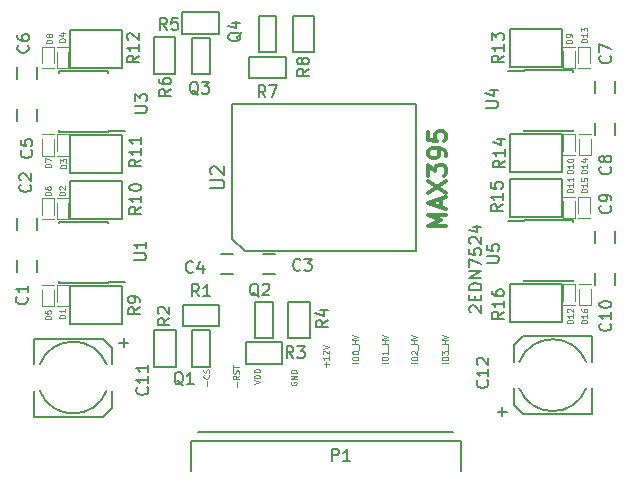
<source format=gbr>
G04 #@! TF.FileFunction,Legend,Top*
%FSLAX46Y46*%
G04 Gerber Fmt 4.6, Leading zero omitted, Abs format (unit mm)*
G04 Created by KiCad (PCBNEW 4.0.4-stable) date 12/08/16 20:58:41*
%MOMM*%
%LPD*%
G01*
G04 APERTURE LIST*
%ADD10C,0.100000*%
%ADD11C,0.200000*%
%ADD12C,0.300000*%
%ADD13C,0.150000*%
G04 APERTURE END LIST*
D10*
D11*
X109247619Y-106666667D02*
X109200000Y-106619048D01*
X109152381Y-106523810D01*
X109152381Y-106285714D01*
X109200000Y-106190476D01*
X109247619Y-106142857D01*
X109342857Y-106095238D01*
X109438095Y-106095238D01*
X109580952Y-106142857D01*
X110152381Y-106714286D01*
X110152381Y-106095238D01*
X109628571Y-105666667D02*
X109628571Y-105333333D01*
X110152381Y-105190476D02*
X110152381Y-105666667D01*
X109152381Y-105666667D01*
X109152381Y-105190476D01*
X110152381Y-104761905D02*
X109152381Y-104761905D01*
X109152381Y-104523810D01*
X109200000Y-104380952D01*
X109295238Y-104285714D01*
X109390476Y-104238095D01*
X109580952Y-104190476D01*
X109723810Y-104190476D01*
X109914286Y-104238095D01*
X110009524Y-104285714D01*
X110104762Y-104380952D01*
X110152381Y-104523810D01*
X110152381Y-104761905D01*
X110152381Y-103761905D02*
X109152381Y-103761905D01*
X110152381Y-103190476D01*
X109152381Y-103190476D01*
X109152381Y-102809524D02*
X109152381Y-102142857D01*
X110152381Y-102571429D01*
X109152381Y-101285714D02*
X109152381Y-101761905D01*
X109628571Y-101809524D01*
X109580952Y-101761905D01*
X109533333Y-101666667D01*
X109533333Y-101428571D01*
X109580952Y-101333333D01*
X109628571Y-101285714D01*
X109723810Y-101238095D01*
X109961905Y-101238095D01*
X110057143Y-101285714D01*
X110104762Y-101333333D01*
X110152381Y-101428571D01*
X110152381Y-101666667D01*
X110104762Y-101761905D01*
X110057143Y-101809524D01*
X109247619Y-100857143D02*
X109200000Y-100809524D01*
X109152381Y-100714286D01*
X109152381Y-100476190D01*
X109200000Y-100380952D01*
X109247619Y-100333333D01*
X109342857Y-100285714D01*
X109438095Y-100285714D01*
X109580952Y-100333333D01*
X110152381Y-100904762D01*
X110152381Y-100285714D01*
X109485714Y-99428571D02*
X110152381Y-99428571D01*
X109104762Y-99666667D02*
X109819048Y-99904762D01*
X109819048Y-99285714D01*
D12*
X107178571Y-99399999D02*
X105678571Y-99399999D01*
X106750000Y-98899999D01*
X105678571Y-98399999D01*
X107178571Y-98399999D01*
X106750000Y-97757142D02*
X106750000Y-97042856D01*
X107178571Y-97899999D02*
X105678571Y-97399999D01*
X107178571Y-96899999D01*
X105678571Y-96542856D02*
X107178571Y-95542856D01*
X105678571Y-95542856D02*
X107178571Y-96542856D01*
X105678571Y-95114285D02*
X105678571Y-94185714D01*
X106250000Y-94685714D01*
X106250000Y-94471428D01*
X106321429Y-94328571D01*
X106392857Y-94257142D01*
X106535714Y-94185714D01*
X106892857Y-94185714D01*
X107035714Y-94257142D01*
X107107143Y-94328571D01*
X107178571Y-94471428D01*
X107178571Y-94900000D01*
X107107143Y-95042857D01*
X107035714Y-95114285D01*
X107178571Y-93471429D02*
X107178571Y-93185714D01*
X107107143Y-93042857D01*
X107035714Y-92971429D01*
X106821429Y-92828571D01*
X106535714Y-92757143D01*
X105964286Y-92757143D01*
X105821429Y-92828571D01*
X105750000Y-92900000D01*
X105678571Y-93042857D01*
X105678571Y-93328571D01*
X105750000Y-93471429D01*
X105821429Y-93542857D01*
X105964286Y-93614286D01*
X106321429Y-93614286D01*
X106464286Y-93542857D01*
X106535714Y-93471429D01*
X106607143Y-93328571D01*
X106607143Y-93042857D01*
X106535714Y-92900000D01*
X106464286Y-92828571D01*
X106321429Y-92757143D01*
X105678571Y-91400000D02*
X105678571Y-92114286D01*
X106392857Y-92185715D01*
X106321429Y-92114286D01*
X106250000Y-91971429D01*
X106250000Y-91614286D01*
X106321429Y-91471429D01*
X106392857Y-91400000D01*
X106535714Y-91328572D01*
X106892857Y-91328572D01*
X107035714Y-91400000D01*
X107107143Y-91471429D01*
X107178571Y-91614286D01*
X107178571Y-91971429D01*
X107107143Y-92114286D01*
X107035714Y-92185715D01*
D10*
X107326190Y-110966666D02*
X106826190Y-110966666D01*
X106826190Y-110633333D02*
X106826190Y-110538095D01*
X106850000Y-110490476D01*
X106897619Y-110442857D01*
X106992857Y-110419048D01*
X107159524Y-110419048D01*
X107254762Y-110442857D01*
X107302381Y-110490476D01*
X107326190Y-110538095D01*
X107326190Y-110633333D01*
X107302381Y-110680952D01*
X107254762Y-110728571D01*
X107159524Y-110752381D01*
X106992857Y-110752381D01*
X106897619Y-110728571D01*
X106850000Y-110680952D01*
X106826190Y-110633333D01*
X106826190Y-110252380D02*
X106826190Y-109942857D01*
X107016667Y-110109523D01*
X107016667Y-110038095D01*
X107040476Y-109990476D01*
X107064286Y-109966666D01*
X107111905Y-109942857D01*
X107230952Y-109942857D01*
X107278571Y-109966666D01*
X107302381Y-109990476D01*
X107326190Y-110038095D01*
X107326190Y-110180952D01*
X107302381Y-110228571D01*
X107278571Y-110252380D01*
X107373810Y-109847619D02*
X107373810Y-109466667D01*
X107326190Y-109347619D02*
X106826190Y-109347619D01*
X107064286Y-109347619D02*
X107064286Y-109061905D01*
X107326190Y-109061905D02*
X106826190Y-109061905D01*
X106826190Y-108895238D02*
X107326190Y-108728571D01*
X106826190Y-108561905D01*
X104726190Y-110966666D02*
X104226190Y-110966666D01*
X104226190Y-110633333D02*
X104226190Y-110538095D01*
X104250000Y-110490476D01*
X104297619Y-110442857D01*
X104392857Y-110419048D01*
X104559524Y-110419048D01*
X104654762Y-110442857D01*
X104702381Y-110490476D01*
X104726190Y-110538095D01*
X104726190Y-110633333D01*
X104702381Y-110680952D01*
X104654762Y-110728571D01*
X104559524Y-110752381D01*
X104392857Y-110752381D01*
X104297619Y-110728571D01*
X104250000Y-110680952D01*
X104226190Y-110633333D01*
X104273810Y-110228571D02*
X104250000Y-110204761D01*
X104226190Y-110157142D01*
X104226190Y-110038095D01*
X104250000Y-109990476D01*
X104273810Y-109966666D01*
X104321429Y-109942857D01*
X104369048Y-109942857D01*
X104440476Y-109966666D01*
X104726190Y-110252380D01*
X104726190Y-109942857D01*
X104773810Y-109847619D02*
X104773810Y-109466667D01*
X104726190Y-109347619D02*
X104226190Y-109347619D01*
X104464286Y-109347619D02*
X104464286Y-109061905D01*
X104726190Y-109061905D02*
X104226190Y-109061905D01*
X104226190Y-108895238D02*
X104726190Y-108728571D01*
X104226190Y-108561905D01*
X102226190Y-110966666D02*
X101726190Y-110966666D01*
X101726190Y-110633333D02*
X101726190Y-110538095D01*
X101750000Y-110490476D01*
X101797619Y-110442857D01*
X101892857Y-110419048D01*
X102059524Y-110419048D01*
X102154762Y-110442857D01*
X102202381Y-110490476D01*
X102226190Y-110538095D01*
X102226190Y-110633333D01*
X102202381Y-110680952D01*
X102154762Y-110728571D01*
X102059524Y-110752381D01*
X101892857Y-110752381D01*
X101797619Y-110728571D01*
X101750000Y-110680952D01*
X101726190Y-110633333D01*
X102226190Y-109942857D02*
X102226190Y-110228571D01*
X102226190Y-110085714D02*
X101726190Y-110085714D01*
X101797619Y-110133333D01*
X101845238Y-110180952D01*
X101869048Y-110228571D01*
X102273810Y-109847619D02*
X102273810Y-109466667D01*
X102226190Y-109347619D02*
X101726190Y-109347619D01*
X101964286Y-109347619D02*
X101964286Y-109061905D01*
X102226190Y-109061905D02*
X101726190Y-109061905D01*
X101726190Y-108895238D02*
X102226190Y-108728571D01*
X101726190Y-108561905D01*
X99726190Y-110966666D02*
X99226190Y-110966666D01*
X99226190Y-110633333D02*
X99226190Y-110538095D01*
X99250000Y-110490476D01*
X99297619Y-110442857D01*
X99392857Y-110419048D01*
X99559524Y-110419048D01*
X99654762Y-110442857D01*
X99702381Y-110490476D01*
X99726190Y-110538095D01*
X99726190Y-110633333D01*
X99702381Y-110680952D01*
X99654762Y-110728571D01*
X99559524Y-110752381D01*
X99392857Y-110752381D01*
X99297619Y-110728571D01*
X99250000Y-110680952D01*
X99226190Y-110633333D01*
X99226190Y-110109523D02*
X99226190Y-110061904D01*
X99250000Y-110014285D01*
X99273810Y-109990476D01*
X99321429Y-109966666D01*
X99416667Y-109942857D01*
X99535714Y-109942857D01*
X99630952Y-109966666D01*
X99678571Y-109990476D01*
X99702381Y-110014285D01*
X99726190Y-110061904D01*
X99726190Y-110109523D01*
X99702381Y-110157142D01*
X99678571Y-110180952D01*
X99630952Y-110204761D01*
X99535714Y-110228571D01*
X99416667Y-110228571D01*
X99321429Y-110204761D01*
X99273810Y-110180952D01*
X99250000Y-110157142D01*
X99226190Y-110109523D01*
X99773810Y-109847619D02*
X99773810Y-109466667D01*
X99726190Y-109347619D02*
X99226190Y-109347619D01*
X99464286Y-109347619D02*
X99464286Y-109061905D01*
X99726190Y-109061905D02*
X99226190Y-109061905D01*
X99226190Y-108895238D02*
X99726190Y-108728571D01*
X99226190Y-108561905D01*
X97035714Y-111280951D02*
X97035714Y-110899999D01*
X97226190Y-111090475D02*
X96845238Y-111090475D01*
X97226190Y-110399999D02*
X97226190Y-110685713D01*
X97226190Y-110542856D02*
X96726190Y-110542856D01*
X96797619Y-110590475D01*
X96845238Y-110638094D01*
X96869048Y-110685713D01*
X96773810Y-110209523D02*
X96750000Y-110185713D01*
X96726190Y-110138094D01*
X96726190Y-110019047D01*
X96750000Y-109971428D01*
X96773810Y-109947618D01*
X96821429Y-109923809D01*
X96869048Y-109923809D01*
X96940476Y-109947618D01*
X97226190Y-110233332D01*
X97226190Y-109923809D01*
X96726190Y-109780952D02*
X97226190Y-109614285D01*
X96726190Y-109447619D01*
X94050000Y-112580953D02*
X94026190Y-112628572D01*
X94026190Y-112700000D01*
X94050000Y-112771429D01*
X94097619Y-112819048D01*
X94145238Y-112842857D01*
X94240476Y-112866667D01*
X94311905Y-112866667D01*
X94407143Y-112842857D01*
X94454762Y-112819048D01*
X94502381Y-112771429D01*
X94526190Y-112700000D01*
X94526190Y-112652381D01*
X94502381Y-112580953D01*
X94478571Y-112557143D01*
X94311905Y-112557143D01*
X94311905Y-112652381D01*
X94526190Y-112342857D02*
X94026190Y-112342857D01*
X94526190Y-112057143D01*
X94026190Y-112057143D01*
X94526190Y-111819047D02*
X94026190Y-111819047D01*
X94026190Y-111700000D01*
X94050000Y-111628571D01*
X94097619Y-111580952D01*
X94145238Y-111557143D01*
X94240476Y-111533333D01*
X94311905Y-111533333D01*
X94407143Y-111557143D01*
X94454762Y-111580952D01*
X94502381Y-111628571D01*
X94526190Y-111700000D01*
X94526190Y-111819047D01*
X90926190Y-112766666D02*
X91426190Y-112599999D01*
X90926190Y-112433333D01*
X91426190Y-112266666D02*
X90926190Y-112266666D01*
X90926190Y-112147619D01*
X90950000Y-112076190D01*
X90997619Y-112028571D01*
X91045238Y-112004762D01*
X91140476Y-111980952D01*
X91211905Y-111980952D01*
X91307143Y-112004762D01*
X91354762Y-112028571D01*
X91402381Y-112076190D01*
X91426190Y-112147619D01*
X91426190Y-112266666D01*
X91426190Y-111766666D02*
X90926190Y-111766666D01*
X90926190Y-111647619D01*
X90950000Y-111576190D01*
X90997619Y-111528571D01*
X91045238Y-111504762D01*
X91140476Y-111480952D01*
X91211905Y-111480952D01*
X91307143Y-111504762D01*
X91354762Y-111528571D01*
X91402381Y-111576190D01*
X91426190Y-111647619D01*
X91426190Y-111766666D01*
X89435714Y-112969047D02*
X89435714Y-112588095D01*
X89626190Y-112064285D02*
X89388095Y-112230952D01*
X89626190Y-112349999D02*
X89126190Y-112349999D01*
X89126190Y-112159523D01*
X89150000Y-112111904D01*
X89173810Y-112088095D01*
X89221429Y-112064285D01*
X89292857Y-112064285D01*
X89340476Y-112088095D01*
X89364286Y-112111904D01*
X89388095Y-112159523D01*
X89388095Y-112349999D01*
X89602381Y-111873809D02*
X89626190Y-111802380D01*
X89626190Y-111683333D01*
X89602381Y-111635714D01*
X89578571Y-111611904D01*
X89530952Y-111588095D01*
X89483333Y-111588095D01*
X89435714Y-111611904D01*
X89411905Y-111635714D01*
X89388095Y-111683333D01*
X89364286Y-111778571D01*
X89340476Y-111826190D01*
X89316667Y-111849999D01*
X89269048Y-111873809D01*
X89221429Y-111873809D01*
X89173810Y-111849999D01*
X89150000Y-111826190D01*
X89126190Y-111778571D01*
X89126190Y-111659523D01*
X89150000Y-111588095D01*
X89126190Y-111445238D02*
X89126190Y-111159524D01*
X89626190Y-111302381D02*
X89126190Y-111302381D01*
X86935714Y-112878571D02*
X86935714Y-112497619D01*
X87078571Y-111973809D02*
X87102381Y-111997619D01*
X87126190Y-112069047D01*
X87126190Y-112116666D01*
X87102381Y-112188095D01*
X87054762Y-112235714D01*
X87007143Y-112259523D01*
X86911905Y-112283333D01*
X86840476Y-112283333D01*
X86745238Y-112259523D01*
X86697619Y-112235714D01*
X86650000Y-112188095D01*
X86626190Y-112116666D01*
X86626190Y-112069047D01*
X86650000Y-111997619D01*
X86673810Y-111973809D01*
X87102381Y-111783333D02*
X87126190Y-111711904D01*
X87126190Y-111592857D01*
X87102381Y-111545238D01*
X87078571Y-111521428D01*
X87030952Y-111497619D01*
X86983333Y-111497619D01*
X86935714Y-111521428D01*
X86911905Y-111545238D01*
X86888095Y-111592857D01*
X86864286Y-111688095D01*
X86840476Y-111735714D01*
X86816667Y-111759523D01*
X86769048Y-111783333D01*
X86721429Y-111783333D01*
X86673810Y-111759523D01*
X86650000Y-111735714D01*
X86626190Y-111688095D01*
X86626190Y-111569047D01*
X86650000Y-111497619D01*
D13*
X108430000Y-117540000D02*
X108430000Y-120080000D01*
X85570000Y-117540000D02*
X85570000Y-120080000D01*
X108430000Y-117540000D02*
X85570000Y-117540000D01*
X86205000Y-116841500D02*
X107795000Y-116841500D01*
X113367114Y-113115606D02*
G75*
G03X119032100Y-113117600I2832886J1115606D01*
G01*
X119032100Y-110882400D02*
G75*
G03X113367900Y-110882400I-2832100J-1117600D01*
G01*
X119502000Y-115302000D02*
X119502000Y-113117600D01*
X119502000Y-108698000D02*
X119502000Y-110882400D01*
X112898000Y-114540000D02*
X112898000Y-113117600D01*
X112898000Y-109460000D02*
X112898000Y-110882400D01*
X119502000Y-115302000D02*
X113660000Y-115302000D01*
X113660000Y-115302000D02*
X112898000Y-114540000D01*
X112898000Y-109460000D02*
X113660000Y-108698000D01*
X113660000Y-108698000D02*
X119502000Y-108698000D01*
X78432886Y-111084394D02*
G75*
G03X72767900Y-111082400I-2832886J-1115606D01*
G01*
X72767900Y-113317600D02*
G75*
G03X78432100Y-113317600I2832100J1117600D01*
G01*
X72298000Y-108898000D02*
X72298000Y-111082400D01*
X72298000Y-115502000D02*
X72298000Y-113317600D01*
X78902000Y-109660000D02*
X78902000Y-111082400D01*
X78902000Y-114740000D02*
X78902000Y-113317600D01*
X72298000Y-108898000D02*
X78140000Y-108898000D01*
X78140000Y-108898000D02*
X78902000Y-109660000D01*
X78902000Y-114740000D02*
X78140000Y-115502000D01*
X78140000Y-115502000D02*
X72298000Y-115502000D01*
X79733268Y-104431844D02*
X79733268Y-107631844D01*
X75333268Y-104431844D02*
X79733268Y-104431844D01*
X75333268Y-107631844D02*
X75333268Y-104431844D01*
X79733268Y-107631844D02*
X75333268Y-107631844D01*
X79733268Y-95541844D02*
X79733268Y-98741844D01*
X75333268Y-95541844D02*
X79733268Y-95541844D01*
X75333268Y-98741844D02*
X75333268Y-95541844D01*
X79733268Y-98741844D02*
X75333268Y-98741844D01*
X79760434Y-91675944D02*
X79760434Y-94875944D01*
X75360434Y-91675944D02*
X79760434Y-91675944D01*
X75360434Y-94875944D02*
X75360434Y-91675944D01*
X79760434Y-94875944D02*
X75360434Y-94875944D01*
X79760434Y-82785944D02*
X79760434Y-85985944D01*
X75360434Y-82785944D02*
X79760434Y-82785944D01*
X75360434Y-85985944D02*
X75360434Y-82785944D01*
X79760434Y-85985944D02*
X75360434Y-85985944D01*
X112608000Y-85928000D02*
X112608000Y-82728000D01*
X117008000Y-85928000D02*
X112608000Y-85928000D01*
X117008000Y-82728000D02*
X117008000Y-85928000D01*
X112608000Y-82728000D02*
X117008000Y-82728000D01*
X112608000Y-94818000D02*
X112608000Y-91618000D01*
X117008000Y-94818000D02*
X112608000Y-94818000D01*
X117008000Y-91618000D02*
X117008000Y-94818000D01*
X112608000Y-91618000D02*
X117008000Y-91618000D01*
X112608000Y-98628000D02*
X112608000Y-95428000D01*
X117008000Y-98628000D02*
X112608000Y-98628000D01*
X117008000Y-95428000D02*
X117008000Y-98628000D01*
X112608000Y-95428000D02*
X117008000Y-95428000D01*
X112608000Y-107518000D02*
X112608000Y-104318000D01*
X117008000Y-107518000D02*
X112608000Y-107518000D01*
X117008000Y-104318000D02*
X117008000Y-107518000D01*
X112608000Y-104318000D02*
X117008000Y-104318000D01*
X94193654Y-84674874D02*
X94193654Y-81574874D01*
X95993654Y-84674874D02*
X94193654Y-84674874D01*
X95993654Y-81574874D02*
X95993654Y-84674874D01*
X94193654Y-81574874D02*
X95993654Y-81574874D01*
X93595654Y-86818874D02*
X90495654Y-86818874D01*
X93595654Y-85018874D02*
X93595654Y-86818874D01*
X90495654Y-85018874D02*
X93595654Y-85018874D01*
X90495654Y-86818874D02*
X90495654Y-85018874D01*
X84255647Y-83370559D02*
X84255647Y-86470559D01*
X82455647Y-83370559D02*
X84255647Y-83370559D01*
X82455647Y-86470559D02*
X82455647Y-83370559D01*
X84255647Y-86470559D02*
X82455647Y-86470559D01*
X84853647Y-81292559D02*
X87953647Y-81292559D01*
X84853647Y-83092559D02*
X84853647Y-81292559D01*
X87953647Y-83092559D02*
X84853647Y-83092559D01*
X87953647Y-81292559D02*
X87953647Y-83092559D01*
X93823444Y-108878058D02*
X93823444Y-105778058D01*
X95623444Y-108878058D02*
X93823444Y-108878058D01*
X95623444Y-105778058D02*
X95623444Y-108878058D01*
X93823444Y-105778058D02*
X95623444Y-105778058D01*
X93291444Y-111022058D02*
X90191444Y-111022058D01*
X93291444Y-109222058D02*
X93291444Y-111022058D01*
X90191444Y-109222058D02*
X93291444Y-109222058D01*
X90191444Y-111022058D02*
X90191444Y-109222058D01*
X84263467Y-108203357D02*
X84263467Y-111303357D01*
X82463467Y-108203357D02*
X84263467Y-108203357D01*
X82463467Y-111303357D02*
X82463467Y-108203357D01*
X84263467Y-111303357D02*
X82463467Y-111303357D01*
X84861467Y-106059357D02*
X87961467Y-106059357D01*
X84861467Y-107859357D02*
X84861467Y-106059357D01*
X87961467Y-107859357D02*
X84861467Y-107859357D01*
X87961467Y-106059357D02*
X87961467Y-107859357D01*
X91295654Y-84674874D02*
X91295654Y-81574874D01*
X92795654Y-84674874D02*
X91295654Y-84674874D01*
X92795654Y-81574874D02*
X92795654Y-84674874D01*
X91295654Y-81574874D02*
X92795654Y-81574874D01*
X87153647Y-83436559D02*
X87153647Y-86536559D01*
X85653647Y-83436559D02*
X87153647Y-83436559D01*
X85653647Y-86536559D02*
X85653647Y-83436559D01*
X87153647Y-86536559D02*
X85653647Y-86536559D01*
X91009444Y-108878058D02*
X91009444Y-105778058D01*
X92509444Y-108878058D02*
X91009444Y-108878058D01*
X92509444Y-105778058D02*
X92509444Y-108878058D01*
X91009444Y-105778058D02*
X92509444Y-105778058D01*
X87161467Y-108203357D02*
X87161467Y-111303357D01*
X85661467Y-108203357D02*
X87161467Y-108203357D01*
X85661467Y-111303357D02*
X85661467Y-108203357D01*
X87161467Y-111303357D02*
X85661467Y-111303357D01*
D10*
X119400000Y-104700000D02*
X119400000Y-106100000D01*
X118400000Y-104300000D02*
X119400000Y-104300000D01*
X118400000Y-106100000D02*
X118400000Y-104700000D01*
X119400000Y-106100000D02*
X118400000Y-106100000D01*
X118372000Y-98290000D02*
X118372000Y-96890000D01*
X119372000Y-98690000D02*
X118372000Y-98690000D01*
X119372000Y-96890000D02*
X119372000Y-98290000D01*
X118372000Y-96890000D02*
X119372000Y-96890000D01*
X119400000Y-92000000D02*
X119400000Y-93400000D01*
X118400000Y-91600000D02*
X119400000Y-91600000D01*
X118400000Y-93400000D02*
X118400000Y-92000000D01*
X119400000Y-93400000D02*
X118400000Y-93400000D01*
X118372000Y-85590000D02*
X118372000Y-84190000D01*
X119372000Y-85990000D02*
X118372000Y-85990000D01*
X119372000Y-84190000D02*
X119372000Y-85590000D01*
X118372000Y-84190000D02*
X119372000Y-84190000D01*
X117100000Y-105700000D02*
X117100000Y-104300000D01*
X118100000Y-106100000D02*
X117100000Y-106100000D01*
X118100000Y-104300000D02*
X118100000Y-105700000D01*
X117100000Y-104300000D02*
X118100000Y-104300000D01*
X118102000Y-97290000D02*
X118102000Y-98690000D01*
X117102000Y-96890000D02*
X118102000Y-96890000D01*
X117102000Y-98690000D02*
X117102000Y-97290000D01*
X118102000Y-98690000D02*
X117102000Y-98690000D01*
X117100000Y-93000000D02*
X117100000Y-91600000D01*
X118100000Y-93400000D02*
X117100000Y-93400000D01*
X118100000Y-91600000D02*
X118100000Y-93000000D01*
X117100000Y-91600000D02*
X118100000Y-91600000D01*
X118102000Y-84590000D02*
X118102000Y-85990000D01*
X117102000Y-84190000D02*
X118102000Y-84190000D01*
X117102000Y-85990000D02*
X117102000Y-84590000D01*
X118102000Y-85990000D02*
X117102000Y-85990000D01*
X73000000Y-85600000D02*
X73000000Y-84200000D01*
X74000000Y-86000000D02*
X73000000Y-86000000D01*
X74000000Y-84200000D02*
X74000000Y-85600000D01*
X73000000Y-84200000D02*
X74000000Y-84200000D01*
X73996434Y-92013944D02*
X73996434Y-93413944D01*
X72996434Y-91613944D02*
X73996434Y-91613944D01*
X72996434Y-93413944D02*
X72996434Y-92013944D01*
X73996434Y-93413944D02*
X72996434Y-93413944D01*
X73000000Y-98400000D02*
X73000000Y-97000000D01*
X74000000Y-98800000D02*
X73000000Y-98800000D01*
X74000000Y-97000000D02*
X74000000Y-98400000D01*
X73000000Y-97000000D02*
X74000000Y-97000000D01*
X73969268Y-104769844D02*
X73969268Y-106169844D01*
X72969268Y-104369844D02*
X73969268Y-104369844D01*
X72969268Y-106169844D02*
X72969268Y-104769844D01*
X73969268Y-106169844D02*
X72969268Y-106169844D01*
X75200000Y-84600000D02*
X75200000Y-86000000D01*
X74200000Y-84200000D02*
X75200000Y-84200000D01*
X74200000Y-86000000D02*
X74200000Y-84600000D01*
X75200000Y-86000000D02*
X74200000Y-86000000D01*
X74266434Y-93013944D02*
X74266434Y-91613944D01*
X75266434Y-93413944D02*
X74266434Y-93413944D01*
X75266434Y-91613944D02*
X75266434Y-93013944D01*
X74266434Y-91613944D02*
X75266434Y-91613944D01*
X75200000Y-97400000D02*
X75200000Y-98800000D01*
X74200000Y-97000000D02*
X75200000Y-97000000D01*
X74200000Y-98800000D02*
X74200000Y-97400000D01*
X75200000Y-98800000D02*
X74200000Y-98800000D01*
X74239268Y-105769844D02*
X74239268Y-104369844D01*
X75239268Y-106169844D02*
X74239268Y-106169844D01*
X75239268Y-104369844D02*
X75239268Y-105769844D01*
X74239268Y-104369844D02*
X75239268Y-104369844D01*
D13*
X89043000Y-100478000D02*
X90143000Y-101478000D01*
X89043000Y-89078000D02*
X89043000Y-100478000D01*
X90143000Y-101478000D02*
X104628000Y-101478000D01*
X104628000Y-101478000D02*
X104628000Y-89078000D01*
X104628000Y-89078000D02*
X89043000Y-89078000D01*
X121500000Y-104386000D02*
X121500000Y-103386000D01*
X119800000Y-103386000D02*
X119800000Y-104386000D01*
X119800000Y-99830000D02*
X119800000Y-100830000D01*
X121500000Y-100830000D02*
X121500000Y-99830000D01*
X121500000Y-91686000D02*
X121500000Y-90686000D01*
X119800000Y-90686000D02*
X119800000Y-91686000D01*
X119800000Y-87130000D02*
X119800000Y-88130000D01*
X121500000Y-88130000D02*
X121500000Y-87130000D01*
X70868434Y-85917944D02*
X70868434Y-86917944D01*
X72568434Y-86917944D02*
X72568434Y-85917944D01*
X72568434Y-90473944D02*
X72568434Y-89473944D01*
X70868434Y-89473944D02*
X70868434Y-90473944D01*
X88146000Y-103466000D02*
X89146000Y-103466000D01*
X89146000Y-101766000D02*
X88146000Y-101766000D01*
X92702000Y-101766000D02*
X91702000Y-101766000D01*
X91702000Y-103466000D02*
X92702000Y-103466000D01*
X70841268Y-98673844D02*
X70841268Y-99673844D01*
X72541268Y-99673844D02*
X72541268Y-98673844D01*
X72541268Y-103229844D02*
X72541268Y-102229844D01*
X70841268Y-102229844D02*
X70841268Y-103229844D01*
X113778000Y-98898000D02*
X113778000Y-98948000D01*
X117928000Y-98898000D02*
X117928000Y-99043000D01*
X117928000Y-104048000D02*
X117928000Y-103903000D01*
X113778000Y-104048000D02*
X113778000Y-103903000D01*
X113778000Y-98898000D02*
X117928000Y-98898000D01*
X113778000Y-104048000D02*
X117928000Y-104048000D01*
X113778000Y-98948000D02*
X112378000Y-98948000D01*
X113778000Y-86198000D02*
X113778000Y-86248000D01*
X117928000Y-86198000D02*
X117928000Y-86343000D01*
X117928000Y-91348000D02*
X117928000Y-91203000D01*
X113778000Y-91348000D02*
X113778000Y-91203000D01*
X113778000Y-86198000D02*
X117928000Y-86198000D01*
X113778000Y-91348000D02*
X117928000Y-91348000D01*
X113778000Y-86248000D02*
X112378000Y-86248000D01*
X78590434Y-91405944D02*
X78590434Y-91355944D01*
X74440434Y-91405944D02*
X74440434Y-91260944D01*
X74440434Y-86255944D02*
X74440434Y-86400944D01*
X78590434Y-86255944D02*
X78590434Y-86400944D01*
X78590434Y-91405944D02*
X74440434Y-91405944D01*
X78590434Y-86255944D02*
X74440434Y-86255944D01*
X78590434Y-91355944D02*
X79990434Y-91355944D01*
X78563268Y-104161844D02*
X78563268Y-104111844D01*
X74413268Y-104161844D02*
X74413268Y-104016844D01*
X74413268Y-99011844D02*
X74413268Y-99156844D01*
X78563268Y-99011844D02*
X78563268Y-99156844D01*
X78563268Y-104161844D02*
X74413268Y-104161844D01*
X78563268Y-99011844D02*
X74413268Y-99011844D01*
X78563268Y-104111844D02*
X79963268Y-104111844D01*
X97531905Y-119262381D02*
X97531905Y-118262381D01*
X97912858Y-118262381D01*
X98008096Y-118310000D01*
X98055715Y-118357619D01*
X98103334Y-118452857D01*
X98103334Y-118595714D01*
X98055715Y-118690952D01*
X98008096Y-118738571D01*
X97912858Y-118786190D01*
X97531905Y-118786190D01*
X99055715Y-119262381D02*
X98484286Y-119262381D01*
X98770000Y-119262381D02*
X98770000Y-118262381D01*
X98674762Y-118405238D01*
X98579524Y-118500476D01*
X98484286Y-118548095D01*
X110657143Y-112442857D02*
X110704762Y-112490476D01*
X110752381Y-112633333D01*
X110752381Y-112728571D01*
X110704762Y-112871429D01*
X110609524Y-112966667D01*
X110514286Y-113014286D01*
X110323810Y-113061905D01*
X110180952Y-113061905D01*
X109990476Y-113014286D01*
X109895238Y-112966667D01*
X109800000Y-112871429D01*
X109752381Y-112728571D01*
X109752381Y-112633333D01*
X109800000Y-112490476D01*
X109847619Y-112442857D01*
X110752381Y-111490476D02*
X110752381Y-112061905D01*
X110752381Y-111776191D02*
X109752381Y-111776191D01*
X109895238Y-111871429D01*
X109990476Y-111966667D01*
X110038095Y-112061905D01*
X109847619Y-111109524D02*
X109800000Y-111061905D01*
X109752381Y-110966667D01*
X109752381Y-110728571D01*
X109800000Y-110633333D01*
X109847619Y-110585714D01*
X109942857Y-110538095D01*
X110038095Y-110538095D01*
X110180952Y-110585714D01*
X110752381Y-111157143D01*
X110752381Y-110538095D01*
X111539148Y-115081329D02*
X112301053Y-115081329D01*
X111920101Y-115462281D02*
X111920101Y-114700376D01*
X81857143Y-113042857D02*
X81904762Y-113090476D01*
X81952381Y-113233333D01*
X81952381Y-113328571D01*
X81904762Y-113471429D01*
X81809524Y-113566667D01*
X81714286Y-113614286D01*
X81523810Y-113661905D01*
X81380952Y-113661905D01*
X81190476Y-113614286D01*
X81095238Y-113566667D01*
X81000000Y-113471429D01*
X80952381Y-113328571D01*
X80952381Y-113233333D01*
X81000000Y-113090476D01*
X81047619Y-113042857D01*
X81952381Y-112090476D02*
X81952381Y-112661905D01*
X81952381Y-112376191D02*
X80952381Y-112376191D01*
X81095238Y-112471429D01*
X81190476Y-112566667D01*
X81238095Y-112661905D01*
X81952381Y-111138095D02*
X81952381Y-111709524D01*
X81952381Y-111423810D02*
X80952381Y-111423810D01*
X81095238Y-111519048D01*
X81190476Y-111614286D01*
X81238095Y-111709524D01*
X79498948Y-109261529D02*
X80260853Y-109261529D01*
X79879901Y-109642481D02*
X79879901Y-108880576D01*
X81252381Y-106266666D02*
X80776190Y-106600000D01*
X81252381Y-106838095D02*
X80252381Y-106838095D01*
X80252381Y-106457142D01*
X80300000Y-106361904D01*
X80347619Y-106314285D01*
X80442857Y-106266666D01*
X80585714Y-106266666D01*
X80680952Y-106314285D01*
X80728571Y-106361904D01*
X80776190Y-106457142D01*
X80776190Y-106838095D01*
X81252381Y-105790476D02*
X81252381Y-105600000D01*
X81204762Y-105504761D01*
X81157143Y-105457142D01*
X81014286Y-105361904D01*
X80823810Y-105314285D01*
X80442857Y-105314285D01*
X80347619Y-105361904D01*
X80300000Y-105409523D01*
X80252381Y-105504761D01*
X80252381Y-105695238D01*
X80300000Y-105790476D01*
X80347619Y-105838095D01*
X80442857Y-105885714D01*
X80680952Y-105885714D01*
X80776190Y-105838095D01*
X80823810Y-105790476D01*
X80871429Y-105695238D01*
X80871429Y-105504761D01*
X80823810Y-105409523D01*
X80776190Y-105361904D01*
X80680952Y-105314285D01*
X81352381Y-97742857D02*
X80876190Y-98076191D01*
X81352381Y-98314286D02*
X80352381Y-98314286D01*
X80352381Y-97933333D01*
X80400000Y-97838095D01*
X80447619Y-97790476D01*
X80542857Y-97742857D01*
X80685714Y-97742857D01*
X80780952Y-97790476D01*
X80828571Y-97838095D01*
X80876190Y-97933333D01*
X80876190Y-98314286D01*
X81352381Y-96790476D02*
X81352381Y-97361905D01*
X81352381Y-97076191D02*
X80352381Y-97076191D01*
X80495238Y-97171429D01*
X80590476Y-97266667D01*
X80638095Y-97361905D01*
X80352381Y-96171429D02*
X80352381Y-96076190D01*
X80400000Y-95980952D01*
X80447619Y-95933333D01*
X80542857Y-95885714D01*
X80733333Y-95838095D01*
X80971429Y-95838095D01*
X81161905Y-95885714D01*
X81257143Y-95933333D01*
X81304762Y-95980952D01*
X81352381Y-96076190D01*
X81352381Y-96171429D01*
X81304762Y-96266667D01*
X81257143Y-96314286D01*
X81161905Y-96361905D01*
X80971429Y-96409524D01*
X80733333Y-96409524D01*
X80542857Y-96361905D01*
X80447619Y-96314286D01*
X80400000Y-96266667D01*
X80352381Y-96171429D01*
X81352381Y-93742857D02*
X80876190Y-94076191D01*
X81352381Y-94314286D02*
X80352381Y-94314286D01*
X80352381Y-93933333D01*
X80400000Y-93838095D01*
X80447619Y-93790476D01*
X80542857Y-93742857D01*
X80685714Y-93742857D01*
X80780952Y-93790476D01*
X80828571Y-93838095D01*
X80876190Y-93933333D01*
X80876190Y-94314286D01*
X81352381Y-92790476D02*
X81352381Y-93361905D01*
X81352381Y-93076191D02*
X80352381Y-93076191D01*
X80495238Y-93171429D01*
X80590476Y-93266667D01*
X80638095Y-93361905D01*
X81352381Y-91838095D02*
X81352381Y-92409524D01*
X81352381Y-92123810D02*
X80352381Y-92123810D01*
X80495238Y-92219048D01*
X80590476Y-92314286D01*
X80638095Y-92409524D01*
X81152381Y-84942857D02*
X80676190Y-85276191D01*
X81152381Y-85514286D02*
X80152381Y-85514286D01*
X80152381Y-85133333D01*
X80200000Y-85038095D01*
X80247619Y-84990476D01*
X80342857Y-84942857D01*
X80485714Y-84942857D01*
X80580952Y-84990476D01*
X80628571Y-85038095D01*
X80676190Y-85133333D01*
X80676190Y-85514286D01*
X81152381Y-83990476D02*
X81152381Y-84561905D01*
X81152381Y-84276191D02*
X80152381Y-84276191D01*
X80295238Y-84371429D01*
X80390476Y-84466667D01*
X80438095Y-84561905D01*
X80247619Y-83609524D02*
X80200000Y-83561905D01*
X80152381Y-83466667D01*
X80152381Y-83228571D01*
X80200000Y-83133333D01*
X80247619Y-83085714D01*
X80342857Y-83038095D01*
X80438095Y-83038095D01*
X80580952Y-83085714D01*
X81152381Y-83657143D01*
X81152381Y-83038095D01*
X112052381Y-84942857D02*
X111576190Y-85276191D01*
X112052381Y-85514286D02*
X111052381Y-85514286D01*
X111052381Y-85133333D01*
X111100000Y-85038095D01*
X111147619Y-84990476D01*
X111242857Y-84942857D01*
X111385714Y-84942857D01*
X111480952Y-84990476D01*
X111528571Y-85038095D01*
X111576190Y-85133333D01*
X111576190Y-85514286D01*
X112052381Y-83990476D02*
X112052381Y-84561905D01*
X112052381Y-84276191D02*
X111052381Y-84276191D01*
X111195238Y-84371429D01*
X111290476Y-84466667D01*
X111338095Y-84561905D01*
X111052381Y-83657143D02*
X111052381Y-83038095D01*
X111433333Y-83371429D01*
X111433333Y-83228571D01*
X111480952Y-83133333D01*
X111528571Y-83085714D01*
X111623810Y-83038095D01*
X111861905Y-83038095D01*
X111957143Y-83085714D01*
X112004762Y-83133333D01*
X112052381Y-83228571D01*
X112052381Y-83514286D01*
X112004762Y-83609524D01*
X111957143Y-83657143D01*
X112152381Y-93842857D02*
X111676190Y-94176191D01*
X112152381Y-94414286D02*
X111152381Y-94414286D01*
X111152381Y-94033333D01*
X111200000Y-93938095D01*
X111247619Y-93890476D01*
X111342857Y-93842857D01*
X111485714Y-93842857D01*
X111580952Y-93890476D01*
X111628571Y-93938095D01*
X111676190Y-94033333D01*
X111676190Y-94414286D01*
X112152381Y-92890476D02*
X112152381Y-93461905D01*
X112152381Y-93176191D02*
X111152381Y-93176191D01*
X111295238Y-93271429D01*
X111390476Y-93366667D01*
X111438095Y-93461905D01*
X111485714Y-92033333D02*
X112152381Y-92033333D01*
X111104762Y-92271429D02*
X111819048Y-92509524D01*
X111819048Y-91890476D01*
X111952381Y-97542857D02*
X111476190Y-97876191D01*
X111952381Y-98114286D02*
X110952381Y-98114286D01*
X110952381Y-97733333D01*
X111000000Y-97638095D01*
X111047619Y-97590476D01*
X111142857Y-97542857D01*
X111285714Y-97542857D01*
X111380952Y-97590476D01*
X111428571Y-97638095D01*
X111476190Y-97733333D01*
X111476190Y-98114286D01*
X111952381Y-96590476D02*
X111952381Y-97161905D01*
X111952381Y-96876191D02*
X110952381Y-96876191D01*
X111095238Y-96971429D01*
X111190476Y-97066667D01*
X111238095Y-97161905D01*
X110952381Y-95685714D02*
X110952381Y-96161905D01*
X111428571Y-96209524D01*
X111380952Y-96161905D01*
X111333333Y-96066667D01*
X111333333Y-95828571D01*
X111380952Y-95733333D01*
X111428571Y-95685714D01*
X111523810Y-95638095D01*
X111761905Y-95638095D01*
X111857143Y-95685714D01*
X111904762Y-95733333D01*
X111952381Y-95828571D01*
X111952381Y-96066667D01*
X111904762Y-96161905D01*
X111857143Y-96209524D01*
X112052381Y-106642857D02*
X111576190Y-106976191D01*
X112052381Y-107214286D02*
X111052381Y-107214286D01*
X111052381Y-106833333D01*
X111100000Y-106738095D01*
X111147619Y-106690476D01*
X111242857Y-106642857D01*
X111385714Y-106642857D01*
X111480952Y-106690476D01*
X111528571Y-106738095D01*
X111576190Y-106833333D01*
X111576190Y-107214286D01*
X112052381Y-105690476D02*
X112052381Y-106261905D01*
X112052381Y-105976191D02*
X111052381Y-105976191D01*
X111195238Y-106071429D01*
X111290476Y-106166667D01*
X111338095Y-106261905D01*
X111052381Y-104833333D02*
X111052381Y-105023810D01*
X111100000Y-105119048D01*
X111147619Y-105166667D01*
X111290476Y-105261905D01*
X111480952Y-105309524D01*
X111861905Y-105309524D01*
X111957143Y-105261905D01*
X112004762Y-105214286D01*
X112052381Y-105119048D01*
X112052381Y-104928571D01*
X112004762Y-104833333D01*
X111957143Y-104785714D01*
X111861905Y-104738095D01*
X111623810Y-104738095D01*
X111528571Y-104785714D01*
X111480952Y-104833333D01*
X111433333Y-104928571D01*
X111433333Y-105119048D01*
X111480952Y-105214286D01*
X111528571Y-105261905D01*
X111623810Y-105309524D01*
X95552381Y-86066666D02*
X95076190Y-86400000D01*
X95552381Y-86638095D02*
X94552381Y-86638095D01*
X94552381Y-86257142D01*
X94600000Y-86161904D01*
X94647619Y-86114285D01*
X94742857Y-86066666D01*
X94885714Y-86066666D01*
X94980952Y-86114285D01*
X95028571Y-86161904D01*
X95076190Y-86257142D01*
X95076190Y-86638095D01*
X94980952Y-85495238D02*
X94933333Y-85590476D01*
X94885714Y-85638095D01*
X94790476Y-85685714D01*
X94742857Y-85685714D01*
X94647619Y-85638095D01*
X94600000Y-85590476D01*
X94552381Y-85495238D01*
X94552381Y-85304761D01*
X94600000Y-85209523D01*
X94647619Y-85161904D01*
X94742857Y-85114285D01*
X94790476Y-85114285D01*
X94885714Y-85161904D01*
X94933333Y-85209523D01*
X94980952Y-85304761D01*
X94980952Y-85495238D01*
X95028571Y-85590476D01*
X95076190Y-85638095D01*
X95171429Y-85685714D01*
X95361905Y-85685714D01*
X95457143Y-85638095D01*
X95504762Y-85590476D01*
X95552381Y-85495238D01*
X95552381Y-85304761D01*
X95504762Y-85209523D01*
X95457143Y-85161904D01*
X95361905Y-85114285D01*
X95171429Y-85114285D01*
X95076190Y-85161904D01*
X95028571Y-85209523D01*
X94980952Y-85304761D01*
X91878988Y-88471255D02*
X91545654Y-87995064D01*
X91307559Y-88471255D02*
X91307559Y-87471255D01*
X91688512Y-87471255D01*
X91783750Y-87518874D01*
X91831369Y-87566493D01*
X91878988Y-87661731D01*
X91878988Y-87804588D01*
X91831369Y-87899826D01*
X91783750Y-87947445D01*
X91688512Y-87995064D01*
X91307559Y-87995064D01*
X92212321Y-87471255D02*
X92878988Y-87471255D01*
X92450416Y-88471255D01*
X83852381Y-87766666D02*
X83376190Y-88100000D01*
X83852381Y-88338095D02*
X82852381Y-88338095D01*
X82852381Y-87957142D01*
X82900000Y-87861904D01*
X82947619Y-87814285D01*
X83042857Y-87766666D01*
X83185714Y-87766666D01*
X83280952Y-87814285D01*
X83328571Y-87861904D01*
X83376190Y-87957142D01*
X83376190Y-88338095D01*
X82852381Y-86909523D02*
X82852381Y-87100000D01*
X82900000Y-87195238D01*
X82947619Y-87242857D01*
X83090476Y-87338095D01*
X83280952Y-87385714D01*
X83661905Y-87385714D01*
X83757143Y-87338095D01*
X83804762Y-87290476D01*
X83852381Y-87195238D01*
X83852381Y-87004761D01*
X83804762Y-86909523D01*
X83757143Y-86861904D01*
X83661905Y-86814285D01*
X83423810Y-86814285D01*
X83328571Y-86861904D01*
X83280952Y-86909523D01*
X83233333Y-87004761D01*
X83233333Y-87195238D01*
X83280952Y-87290476D01*
X83328571Y-87338095D01*
X83423810Y-87385714D01*
X83533334Y-82752381D02*
X83200000Y-82276190D01*
X82961905Y-82752381D02*
X82961905Y-81752381D01*
X83342858Y-81752381D01*
X83438096Y-81800000D01*
X83485715Y-81847619D01*
X83533334Y-81942857D01*
X83533334Y-82085714D01*
X83485715Y-82180952D01*
X83438096Y-82228571D01*
X83342858Y-82276190D01*
X82961905Y-82276190D01*
X84438096Y-81752381D02*
X83961905Y-81752381D01*
X83914286Y-82228571D01*
X83961905Y-82180952D01*
X84057143Y-82133333D01*
X84295239Y-82133333D01*
X84390477Y-82180952D01*
X84438096Y-82228571D01*
X84485715Y-82323810D01*
X84485715Y-82561905D01*
X84438096Y-82657143D01*
X84390477Y-82704762D01*
X84295239Y-82752381D01*
X84057143Y-82752381D01*
X83961905Y-82704762D01*
X83914286Y-82657143D01*
X97152381Y-107366666D02*
X96676190Y-107700000D01*
X97152381Y-107938095D02*
X96152381Y-107938095D01*
X96152381Y-107557142D01*
X96200000Y-107461904D01*
X96247619Y-107414285D01*
X96342857Y-107366666D01*
X96485714Y-107366666D01*
X96580952Y-107414285D01*
X96628571Y-107461904D01*
X96676190Y-107557142D01*
X96676190Y-107938095D01*
X96485714Y-106509523D02*
X97152381Y-106509523D01*
X96104762Y-106747619D02*
X96819048Y-106985714D01*
X96819048Y-106366666D01*
X94233334Y-110552381D02*
X93900000Y-110076190D01*
X93661905Y-110552381D02*
X93661905Y-109552381D01*
X94042858Y-109552381D01*
X94138096Y-109600000D01*
X94185715Y-109647619D01*
X94233334Y-109742857D01*
X94233334Y-109885714D01*
X94185715Y-109980952D01*
X94138096Y-110028571D01*
X94042858Y-110076190D01*
X93661905Y-110076190D01*
X94566667Y-109552381D02*
X95185715Y-109552381D01*
X94852381Y-109933333D01*
X94995239Y-109933333D01*
X95090477Y-109980952D01*
X95138096Y-110028571D01*
X95185715Y-110123810D01*
X95185715Y-110361905D01*
X95138096Y-110457143D01*
X95090477Y-110504762D01*
X94995239Y-110552381D01*
X94709524Y-110552381D01*
X94614286Y-110504762D01*
X94566667Y-110457143D01*
X83752381Y-107166666D02*
X83276190Y-107500000D01*
X83752381Y-107738095D02*
X82752381Y-107738095D01*
X82752381Y-107357142D01*
X82800000Y-107261904D01*
X82847619Y-107214285D01*
X82942857Y-107166666D01*
X83085714Y-107166666D01*
X83180952Y-107214285D01*
X83228571Y-107261904D01*
X83276190Y-107357142D01*
X83276190Y-107738095D01*
X82847619Y-106785714D02*
X82800000Y-106738095D01*
X82752381Y-106642857D01*
X82752381Y-106404761D01*
X82800000Y-106309523D01*
X82847619Y-106261904D01*
X82942857Y-106214285D01*
X83038095Y-106214285D01*
X83180952Y-106261904D01*
X83752381Y-106833333D01*
X83752381Y-106214285D01*
X86244801Y-105311738D02*
X85911467Y-104835547D01*
X85673372Y-105311738D02*
X85673372Y-104311738D01*
X86054325Y-104311738D01*
X86149563Y-104359357D01*
X86197182Y-104406976D01*
X86244801Y-104502214D01*
X86244801Y-104645071D01*
X86197182Y-104740309D01*
X86149563Y-104787928D01*
X86054325Y-104835547D01*
X85673372Y-104835547D01*
X87197182Y-105311738D02*
X86625753Y-105311738D01*
X86911467Y-105311738D02*
X86911467Y-104311738D01*
X86816229Y-104454595D01*
X86720991Y-104549833D01*
X86625753Y-104597452D01*
X89843273Y-82970112D02*
X89795654Y-83065350D01*
X89700416Y-83160588D01*
X89557559Y-83303445D01*
X89509940Y-83398684D01*
X89509940Y-83493922D01*
X89748035Y-83446303D02*
X89700416Y-83541541D01*
X89605178Y-83636779D01*
X89414702Y-83684398D01*
X89081368Y-83684398D01*
X88890892Y-83636779D01*
X88795654Y-83541541D01*
X88748035Y-83446303D01*
X88748035Y-83255826D01*
X88795654Y-83160588D01*
X88890892Y-83065350D01*
X89081368Y-83017731D01*
X89414702Y-83017731D01*
X89605178Y-83065350D01*
X89700416Y-83160588D01*
X89748035Y-83255826D01*
X89748035Y-83446303D01*
X89081368Y-82160588D02*
X89748035Y-82160588D01*
X88700416Y-82398684D02*
X89414702Y-82636779D01*
X89414702Y-82017731D01*
X86204762Y-88247619D02*
X86109524Y-88200000D01*
X86014286Y-88104762D01*
X85871429Y-87961905D01*
X85776190Y-87914286D01*
X85680952Y-87914286D01*
X85728571Y-88152381D02*
X85633333Y-88104762D01*
X85538095Y-88009524D01*
X85490476Y-87819048D01*
X85490476Y-87485714D01*
X85538095Y-87295238D01*
X85633333Y-87200000D01*
X85728571Y-87152381D01*
X85919048Y-87152381D01*
X86014286Y-87200000D01*
X86109524Y-87295238D01*
X86157143Y-87485714D01*
X86157143Y-87819048D01*
X86109524Y-88009524D01*
X86014286Y-88104762D01*
X85919048Y-88152381D01*
X85728571Y-88152381D01*
X86490476Y-87152381D02*
X87109524Y-87152381D01*
X86776190Y-87533333D01*
X86919048Y-87533333D01*
X87014286Y-87580952D01*
X87061905Y-87628571D01*
X87109524Y-87723810D01*
X87109524Y-87961905D01*
X87061905Y-88057143D01*
X87014286Y-88104762D01*
X86919048Y-88152381D01*
X86633333Y-88152381D01*
X86538095Y-88104762D01*
X86490476Y-88057143D01*
X91304762Y-105347619D02*
X91209524Y-105300000D01*
X91114286Y-105204762D01*
X90971429Y-105061905D01*
X90876190Y-105014286D01*
X90780952Y-105014286D01*
X90828571Y-105252381D02*
X90733333Y-105204762D01*
X90638095Y-105109524D01*
X90590476Y-104919048D01*
X90590476Y-104585714D01*
X90638095Y-104395238D01*
X90733333Y-104300000D01*
X90828571Y-104252381D01*
X91019048Y-104252381D01*
X91114286Y-104300000D01*
X91209524Y-104395238D01*
X91257143Y-104585714D01*
X91257143Y-104919048D01*
X91209524Y-105109524D01*
X91114286Y-105204762D01*
X91019048Y-105252381D01*
X90828571Y-105252381D01*
X91638095Y-104347619D02*
X91685714Y-104300000D01*
X91780952Y-104252381D01*
X92019048Y-104252381D01*
X92114286Y-104300000D01*
X92161905Y-104347619D01*
X92209524Y-104442857D01*
X92209524Y-104538095D01*
X92161905Y-104680952D01*
X91590476Y-105252381D01*
X92209524Y-105252381D01*
X84904762Y-112847619D02*
X84809524Y-112800000D01*
X84714286Y-112704762D01*
X84571429Y-112561905D01*
X84476190Y-112514286D01*
X84380952Y-112514286D01*
X84428571Y-112752381D02*
X84333333Y-112704762D01*
X84238095Y-112609524D01*
X84190476Y-112419048D01*
X84190476Y-112085714D01*
X84238095Y-111895238D01*
X84333333Y-111800000D01*
X84428571Y-111752381D01*
X84619048Y-111752381D01*
X84714286Y-111800000D01*
X84809524Y-111895238D01*
X84857143Y-112085714D01*
X84857143Y-112419048D01*
X84809524Y-112609524D01*
X84714286Y-112704762D01*
X84619048Y-112752381D01*
X84428571Y-112752381D01*
X85809524Y-112752381D02*
X85238095Y-112752381D01*
X85523809Y-112752381D02*
X85523809Y-111752381D01*
X85428571Y-111895238D01*
X85333333Y-111990476D01*
X85238095Y-112038095D01*
D10*
X119126190Y-107607142D02*
X118626190Y-107607142D01*
X118626190Y-107488095D01*
X118650000Y-107416666D01*
X118697619Y-107369047D01*
X118745238Y-107345238D01*
X118840476Y-107321428D01*
X118911905Y-107321428D01*
X119007143Y-107345238D01*
X119054762Y-107369047D01*
X119102381Y-107416666D01*
X119126190Y-107488095D01*
X119126190Y-107607142D01*
X119126190Y-106845238D02*
X119126190Y-107130952D01*
X119126190Y-106988095D02*
X118626190Y-106988095D01*
X118697619Y-107035714D01*
X118745238Y-107083333D01*
X118769048Y-107130952D01*
X118626190Y-106416667D02*
X118626190Y-106511905D01*
X118650000Y-106559524D01*
X118673810Y-106583333D01*
X118745238Y-106630952D01*
X118840476Y-106654762D01*
X119030952Y-106654762D01*
X119078571Y-106630952D01*
X119102381Y-106607143D01*
X119126190Y-106559524D01*
X119126190Y-106464286D01*
X119102381Y-106416667D01*
X119078571Y-106392857D01*
X119030952Y-106369048D01*
X118911905Y-106369048D01*
X118864286Y-106392857D01*
X118840476Y-106416667D01*
X118816667Y-106464286D01*
X118816667Y-106559524D01*
X118840476Y-106607143D01*
X118864286Y-106630952D01*
X118911905Y-106654762D01*
X119126190Y-96507142D02*
X118626190Y-96507142D01*
X118626190Y-96388095D01*
X118650000Y-96316666D01*
X118697619Y-96269047D01*
X118745238Y-96245238D01*
X118840476Y-96221428D01*
X118911905Y-96221428D01*
X119007143Y-96245238D01*
X119054762Y-96269047D01*
X119102381Y-96316666D01*
X119126190Y-96388095D01*
X119126190Y-96507142D01*
X119126190Y-95745238D02*
X119126190Y-96030952D01*
X119126190Y-95888095D02*
X118626190Y-95888095D01*
X118697619Y-95935714D01*
X118745238Y-95983333D01*
X118769048Y-96030952D01*
X118626190Y-95292857D02*
X118626190Y-95530952D01*
X118864286Y-95554762D01*
X118840476Y-95530952D01*
X118816667Y-95483333D01*
X118816667Y-95364286D01*
X118840476Y-95316667D01*
X118864286Y-95292857D01*
X118911905Y-95269048D01*
X119030952Y-95269048D01*
X119078571Y-95292857D01*
X119102381Y-95316667D01*
X119126190Y-95364286D01*
X119126190Y-95483333D01*
X119102381Y-95530952D01*
X119078571Y-95554762D01*
X119126190Y-94907142D02*
X118626190Y-94907142D01*
X118626190Y-94788095D01*
X118650000Y-94716666D01*
X118697619Y-94669047D01*
X118745238Y-94645238D01*
X118840476Y-94621428D01*
X118911905Y-94621428D01*
X119007143Y-94645238D01*
X119054762Y-94669047D01*
X119102381Y-94716666D01*
X119126190Y-94788095D01*
X119126190Y-94907142D01*
X119126190Y-94145238D02*
X119126190Y-94430952D01*
X119126190Y-94288095D02*
X118626190Y-94288095D01*
X118697619Y-94335714D01*
X118745238Y-94383333D01*
X118769048Y-94430952D01*
X118792857Y-93716667D02*
X119126190Y-93716667D01*
X118602381Y-93835714D02*
X118959524Y-93954762D01*
X118959524Y-93645238D01*
X119126190Y-83807142D02*
X118626190Y-83807142D01*
X118626190Y-83688095D01*
X118650000Y-83616666D01*
X118697619Y-83569047D01*
X118745238Y-83545238D01*
X118840476Y-83521428D01*
X118911905Y-83521428D01*
X119007143Y-83545238D01*
X119054762Y-83569047D01*
X119102381Y-83616666D01*
X119126190Y-83688095D01*
X119126190Y-83807142D01*
X119126190Y-83045238D02*
X119126190Y-83330952D01*
X119126190Y-83188095D02*
X118626190Y-83188095D01*
X118697619Y-83235714D01*
X118745238Y-83283333D01*
X118769048Y-83330952D01*
X118626190Y-82878571D02*
X118626190Y-82569048D01*
X118816667Y-82735714D01*
X118816667Y-82664286D01*
X118840476Y-82616667D01*
X118864286Y-82592857D01*
X118911905Y-82569048D01*
X119030952Y-82569048D01*
X119078571Y-82592857D01*
X119102381Y-82616667D01*
X119126190Y-82664286D01*
X119126190Y-82807143D01*
X119102381Y-82854762D01*
X119078571Y-82878571D01*
X117926190Y-107607142D02*
X117426190Y-107607142D01*
X117426190Y-107488095D01*
X117450000Y-107416666D01*
X117497619Y-107369047D01*
X117545238Y-107345238D01*
X117640476Y-107321428D01*
X117711905Y-107321428D01*
X117807143Y-107345238D01*
X117854762Y-107369047D01*
X117902381Y-107416666D01*
X117926190Y-107488095D01*
X117926190Y-107607142D01*
X117926190Y-106845238D02*
X117926190Y-107130952D01*
X117926190Y-106988095D02*
X117426190Y-106988095D01*
X117497619Y-107035714D01*
X117545238Y-107083333D01*
X117569048Y-107130952D01*
X117473810Y-106654762D02*
X117450000Y-106630952D01*
X117426190Y-106583333D01*
X117426190Y-106464286D01*
X117450000Y-106416667D01*
X117473810Y-106392857D01*
X117521429Y-106369048D01*
X117569048Y-106369048D01*
X117640476Y-106392857D01*
X117926190Y-106678571D01*
X117926190Y-106369048D01*
X117926190Y-96507142D02*
X117426190Y-96507142D01*
X117426190Y-96388095D01*
X117450000Y-96316666D01*
X117497619Y-96269047D01*
X117545238Y-96245238D01*
X117640476Y-96221428D01*
X117711905Y-96221428D01*
X117807143Y-96245238D01*
X117854762Y-96269047D01*
X117902381Y-96316666D01*
X117926190Y-96388095D01*
X117926190Y-96507142D01*
X117926190Y-95745238D02*
X117926190Y-96030952D01*
X117926190Y-95888095D02*
X117426190Y-95888095D01*
X117497619Y-95935714D01*
X117545238Y-95983333D01*
X117569048Y-96030952D01*
X117926190Y-95269048D02*
X117926190Y-95554762D01*
X117926190Y-95411905D02*
X117426190Y-95411905D01*
X117497619Y-95459524D01*
X117545238Y-95507143D01*
X117569048Y-95554762D01*
X117926190Y-94907142D02*
X117426190Y-94907142D01*
X117426190Y-94788095D01*
X117450000Y-94716666D01*
X117497619Y-94669047D01*
X117545238Y-94645238D01*
X117640476Y-94621428D01*
X117711905Y-94621428D01*
X117807143Y-94645238D01*
X117854762Y-94669047D01*
X117902381Y-94716666D01*
X117926190Y-94788095D01*
X117926190Y-94907142D01*
X117926190Y-94145238D02*
X117926190Y-94430952D01*
X117926190Y-94288095D02*
X117426190Y-94288095D01*
X117497619Y-94335714D01*
X117545238Y-94383333D01*
X117569048Y-94430952D01*
X117426190Y-93835714D02*
X117426190Y-93788095D01*
X117450000Y-93740476D01*
X117473810Y-93716667D01*
X117521429Y-93692857D01*
X117616667Y-93669048D01*
X117735714Y-93669048D01*
X117830952Y-93692857D01*
X117878571Y-93716667D01*
X117902381Y-93740476D01*
X117926190Y-93788095D01*
X117926190Y-93835714D01*
X117902381Y-93883333D01*
X117878571Y-93907143D01*
X117830952Y-93930952D01*
X117735714Y-93954762D01*
X117616667Y-93954762D01*
X117521429Y-93930952D01*
X117473810Y-93907143D01*
X117450000Y-93883333D01*
X117426190Y-93835714D01*
X117826190Y-83869047D02*
X117326190Y-83869047D01*
X117326190Y-83750000D01*
X117350000Y-83678571D01*
X117397619Y-83630952D01*
X117445238Y-83607143D01*
X117540476Y-83583333D01*
X117611905Y-83583333D01*
X117707143Y-83607143D01*
X117754762Y-83630952D01*
X117802381Y-83678571D01*
X117826190Y-83750000D01*
X117826190Y-83869047D01*
X117826190Y-83345238D02*
X117826190Y-83250000D01*
X117802381Y-83202381D01*
X117778571Y-83178571D01*
X117707143Y-83130952D01*
X117611905Y-83107143D01*
X117421429Y-83107143D01*
X117373810Y-83130952D01*
X117350000Y-83154762D01*
X117326190Y-83202381D01*
X117326190Y-83297619D01*
X117350000Y-83345238D01*
X117373810Y-83369047D01*
X117421429Y-83392857D01*
X117540476Y-83392857D01*
X117588095Y-83369047D01*
X117611905Y-83345238D01*
X117635714Y-83297619D01*
X117635714Y-83202381D01*
X117611905Y-83154762D01*
X117588095Y-83130952D01*
X117540476Y-83107143D01*
X73826190Y-83869047D02*
X73326190Y-83869047D01*
X73326190Y-83750000D01*
X73350000Y-83678571D01*
X73397619Y-83630952D01*
X73445238Y-83607143D01*
X73540476Y-83583333D01*
X73611905Y-83583333D01*
X73707143Y-83607143D01*
X73754762Y-83630952D01*
X73802381Y-83678571D01*
X73826190Y-83750000D01*
X73826190Y-83869047D01*
X73540476Y-83297619D02*
X73516667Y-83345238D01*
X73492857Y-83369047D01*
X73445238Y-83392857D01*
X73421429Y-83392857D01*
X73373810Y-83369047D01*
X73350000Y-83345238D01*
X73326190Y-83297619D01*
X73326190Y-83202381D01*
X73350000Y-83154762D01*
X73373810Y-83130952D01*
X73421429Y-83107143D01*
X73445238Y-83107143D01*
X73492857Y-83130952D01*
X73516667Y-83154762D01*
X73540476Y-83202381D01*
X73540476Y-83297619D01*
X73564286Y-83345238D01*
X73588095Y-83369047D01*
X73635714Y-83392857D01*
X73730952Y-83392857D01*
X73778571Y-83369047D01*
X73802381Y-83345238D01*
X73826190Y-83297619D01*
X73826190Y-83202381D01*
X73802381Y-83154762D01*
X73778571Y-83130952D01*
X73730952Y-83107143D01*
X73635714Y-83107143D01*
X73588095Y-83130952D01*
X73564286Y-83154762D01*
X73540476Y-83202381D01*
X73726190Y-94369047D02*
X73226190Y-94369047D01*
X73226190Y-94250000D01*
X73250000Y-94178571D01*
X73297619Y-94130952D01*
X73345238Y-94107143D01*
X73440476Y-94083333D01*
X73511905Y-94083333D01*
X73607143Y-94107143D01*
X73654762Y-94130952D01*
X73702381Y-94178571D01*
X73726190Y-94250000D01*
X73726190Y-94369047D01*
X73226190Y-93916666D02*
X73226190Y-93583333D01*
X73726190Y-93797619D01*
X73726190Y-96769047D02*
X73226190Y-96769047D01*
X73226190Y-96650000D01*
X73250000Y-96578571D01*
X73297619Y-96530952D01*
X73345238Y-96507143D01*
X73440476Y-96483333D01*
X73511905Y-96483333D01*
X73607143Y-96507143D01*
X73654762Y-96530952D01*
X73702381Y-96578571D01*
X73726190Y-96650000D01*
X73726190Y-96769047D01*
X73226190Y-96054762D02*
X73226190Y-96150000D01*
X73250000Y-96197619D01*
X73273810Y-96221428D01*
X73345238Y-96269047D01*
X73440476Y-96292857D01*
X73630952Y-96292857D01*
X73678571Y-96269047D01*
X73702381Y-96245238D01*
X73726190Y-96197619D01*
X73726190Y-96102381D01*
X73702381Y-96054762D01*
X73678571Y-96030952D01*
X73630952Y-96007143D01*
X73511905Y-96007143D01*
X73464286Y-96030952D01*
X73440476Y-96054762D01*
X73416667Y-96102381D01*
X73416667Y-96197619D01*
X73440476Y-96245238D01*
X73464286Y-96269047D01*
X73511905Y-96292857D01*
X73726190Y-107269047D02*
X73226190Y-107269047D01*
X73226190Y-107150000D01*
X73250000Y-107078571D01*
X73297619Y-107030952D01*
X73345238Y-107007143D01*
X73440476Y-106983333D01*
X73511905Y-106983333D01*
X73607143Y-107007143D01*
X73654762Y-107030952D01*
X73702381Y-107078571D01*
X73726190Y-107150000D01*
X73726190Y-107269047D01*
X73226190Y-106530952D02*
X73226190Y-106769047D01*
X73464286Y-106792857D01*
X73440476Y-106769047D01*
X73416667Y-106721428D01*
X73416667Y-106602381D01*
X73440476Y-106554762D01*
X73464286Y-106530952D01*
X73511905Y-106507143D01*
X73630952Y-106507143D01*
X73678571Y-106530952D01*
X73702381Y-106554762D01*
X73726190Y-106602381D01*
X73726190Y-106721428D01*
X73702381Y-106769047D01*
X73678571Y-106792857D01*
X74926190Y-83769047D02*
X74426190Y-83769047D01*
X74426190Y-83650000D01*
X74450000Y-83578571D01*
X74497619Y-83530952D01*
X74545238Y-83507143D01*
X74640476Y-83483333D01*
X74711905Y-83483333D01*
X74807143Y-83507143D01*
X74854762Y-83530952D01*
X74902381Y-83578571D01*
X74926190Y-83650000D01*
X74926190Y-83769047D01*
X74592857Y-83054762D02*
X74926190Y-83054762D01*
X74402381Y-83173809D02*
X74759524Y-83292857D01*
X74759524Y-82983333D01*
X75026190Y-94469047D02*
X74526190Y-94469047D01*
X74526190Y-94350000D01*
X74550000Y-94278571D01*
X74597619Y-94230952D01*
X74645238Y-94207143D01*
X74740476Y-94183333D01*
X74811905Y-94183333D01*
X74907143Y-94207143D01*
X74954762Y-94230952D01*
X75002381Y-94278571D01*
X75026190Y-94350000D01*
X75026190Y-94469047D01*
X74526190Y-94016666D02*
X74526190Y-93707143D01*
X74716667Y-93873809D01*
X74716667Y-93802381D01*
X74740476Y-93754762D01*
X74764286Y-93730952D01*
X74811905Y-93707143D01*
X74930952Y-93707143D01*
X74978571Y-93730952D01*
X75002381Y-93754762D01*
X75026190Y-93802381D01*
X75026190Y-93945238D01*
X75002381Y-93992857D01*
X74978571Y-94016666D01*
X74926190Y-96769047D02*
X74426190Y-96769047D01*
X74426190Y-96650000D01*
X74450000Y-96578571D01*
X74497619Y-96530952D01*
X74545238Y-96507143D01*
X74640476Y-96483333D01*
X74711905Y-96483333D01*
X74807143Y-96507143D01*
X74854762Y-96530952D01*
X74902381Y-96578571D01*
X74926190Y-96650000D01*
X74926190Y-96769047D01*
X74473810Y-96292857D02*
X74450000Y-96269047D01*
X74426190Y-96221428D01*
X74426190Y-96102381D01*
X74450000Y-96054762D01*
X74473810Y-96030952D01*
X74521429Y-96007143D01*
X74569048Y-96007143D01*
X74640476Y-96030952D01*
X74926190Y-96316666D01*
X74926190Y-96007143D01*
X74926190Y-107169047D02*
X74426190Y-107169047D01*
X74426190Y-107050000D01*
X74450000Y-106978571D01*
X74497619Y-106930952D01*
X74545238Y-106907143D01*
X74640476Y-106883333D01*
X74711905Y-106883333D01*
X74807143Y-106907143D01*
X74854762Y-106930952D01*
X74902381Y-106978571D01*
X74926190Y-107050000D01*
X74926190Y-107169047D01*
X74926190Y-106407143D02*
X74926190Y-106692857D01*
X74926190Y-106550000D02*
X74426190Y-106550000D01*
X74497619Y-106597619D01*
X74545238Y-106645238D01*
X74569048Y-106692857D01*
D13*
X87200857Y-96192286D02*
X88172286Y-96192286D01*
X88286571Y-96135143D01*
X88343714Y-96078000D01*
X88400857Y-95963714D01*
X88400857Y-95735143D01*
X88343714Y-95620857D01*
X88286571Y-95563714D01*
X88172286Y-95506571D01*
X87200857Y-95506571D01*
X87315143Y-94992286D02*
X87258000Y-94935143D01*
X87200857Y-94820857D01*
X87200857Y-94535143D01*
X87258000Y-94420857D01*
X87315143Y-94363714D01*
X87429429Y-94306571D01*
X87543714Y-94306571D01*
X87715143Y-94363714D01*
X88400857Y-95049428D01*
X88400857Y-94306571D01*
X121057143Y-107642857D02*
X121104762Y-107690476D01*
X121152381Y-107833333D01*
X121152381Y-107928571D01*
X121104762Y-108071429D01*
X121009524Y-108166667D01*
X120914286Y-108214286D01*
X120723810Y-108261905D01*
X120580952Y-108261905D01*
X120390476Y-108214286D01*
X120295238Y-108166667D01*
X120200000Y-108071429D01*
X120152381Y-107928571D01*
X120152381Y-107833333D01*
X120200000Y-107690476D01*
X120247619Y-107642857D01*
X121152381Y-106690476D02*
X121152381Y-107261905D01*
X121152381Y-106976191D02*
X120152381Y-106976191D01*
X120295238Y-107071429D01*
X120390476Y-107166667D01*
X120438095Y-107261905D01*
X120152381Y-106071429D02*
X120152381Y-105976190D01*
X120200000Y-105880952D01*
X120247619Y-105833333D01*
X120342857Y-105785714D01*
X120533333Y-105738095D01*
X120771429Y-105738095D01*
X120961905Y-105785714D01*
X121057143Y-105833333D01*
X121104762Y-105880952D01*
X121152381Y-105976190D01*
X121152381Y-106071429D01*
X121104762Y-106166667D01*
X121057143Y-106214286D01*
X120961905Y-106261905D01*
X120771429Y-106309524D01*
X120533333Y-106309524D01*
X120342857Y-106261905D01*
X120247619Y-106214286D01*
X120200000Y-106166667D01*
X120152381Y-106071429D01*
X121057143Y-97666666D02*
X121104762Y-97714285D01*
X121152381Y-97857142D01*
X121152381Y-97952380D01*
X121104762Y-98095238D01*
X121009524Y-98190476D01*
X120914286Y-98238095D01*
X120723810Y-98285714D01*
X120580952Y-98285714D01*
X120390476Y-98238095D01*
X120295238Y-98190476D01*
X120200000Y-98095238D01*
X120152381Y-97952380D01*
X120152381Y-97857142D01*
X120200000Y-97714285D01*
X120247619Y-97666666D01*
X121152381Y-97190476D02*
X121152381Y-97000000D01*
X121104762Y-96904761D01*
X121057143Y-96857142D01*
X120914286Y-96761904D01*
X120723810Y-96714285D01*
X120342857Y-96714285D01*
X120247619Y-96761904D01*
X120200000Y-96809523D01*
X120152381Y-96904761D01*
X120152381Y-97095238D01*
X120200000Y-97190476D01*
X120247619Y-97238095D01*
X120342857Y-97285714D01*
X120580952Y-97285714D01*
X120676190Y-97238095D01*
X120723810Y-97190476D01*
X120771429Y-97095238D01*
X120771429Y-96904761D01*
X120723810Y-96809523D01*
X120676190Y-96761904D01*
X120580952Y-96714285D01*
X121057143Y-94366666D02*
X121104762Y-94414285D01*
X121152381Y-94557142D01*
X121152381Y-94652380D01*
X121104762Y-94795238D01*
X121009524Y-94890476D01*
X120914286Y-94938095D01*
X120723810Y-94985714D01*
X120580952Y-94985714D01*
X120390476Y-94938095D01*
X120295238Y-94890476D01*
X120200000Y-94795238D01*
X120152381Y-94652380D01*
X120152381Y-94557142D01*
X120200000Y-94414285D01*
X120247619Y-94366666D01*
X120580952Y-93795238D02*
X120533333Y-93890476D01*
X120485714Y-93938095D01*
X120390476Y-93985714D01*
X120342857Y-93985714D01*
X120247619Y-93938095D01*
X120200000Y-93890476D01*
X120152381Y-93795238D01*
X120152381Y-93604761D01*
X120200000Y-93509523D01*
X120247619Y-93461904D01*
X120342857Y-93414285D01*
X120390476Y-93414285D01*
X120485714Y-93461904D01*
X120533333Y-93509523D01*
X120580952Y-93604761D01*
X120580952Y-93795238D01*
X120628571Y-93890476D01*
X120676190Y-93938095D01*
X120771429Y-93985714D01*
X120961905Y-93985714D01*
X121057143Y-93938095D01*
X121104762Y-93890476D01*
X121152381Y-93795238D01*
X121152381Y-93604761D01*
X121104762Y-93509523D01*
X121057143Y-93461904D01*
X120961905Y-93414285D01*
X120771429Y-93414285D01*
X120676190Y-93461904D01*
X120628571Y-93509523D01*
X120580952Y-93604761D01*
X121057143Y-84966666D02*
X121104762Y-85014285D01*
X121152381Y-85157142D01*
X121152381Y-85252380D01*
X121104762Y-85395238D01*
X121009524Y-85490476D01*
X120914286Y-85538095D01*
X120723810Y-85585714D01*
X120580952Y-85585714D01*
X120390476Y-85538095D01*
X120295238Y-85490476D01*
X120200000Y-85395238D01*
X120152381Y-85252380D01*
X120152381Y-85157142D01*
X120200000Y-85014285D01*
X120247619Y-84966666D01*
X120152381Y-84633333D02*
X120152381Y-83966666D01*
X121152381Y-84395238D01*
X71757143Y-84066666D02*
X71804762Y-84114285D01*
X71852381Y-84257142D01*
X71852381Y-84352380D01*
X71804762Y-84495238D01*
X71709524Y-84590476D01*
X71614286Y-84638095D01*
X71423810Y-84685714D01*
X71280952Y-84685714D01*
X71090476Y-84638095D01*
X70995238Y-84590476D01*
X70900000Y-84495238D01*
X70852381Y-84352380D01*
X70852381Y-84257142D01*
X70900000Y-84114285D01*
X70947619Y-84066666D01*
X70852381Y-83209523D02*
X70852381Y-83400000D01*
X70900000Y-83495238D01*
X70947619Y-83542857D01*
X71090476Y-83638095D01*
X71280952Y-83685714D01*
X71661905Y-83685714D01*
X71757143Y-83638095D01*
X71804762Y-83590476D01*
X71852381Y-83495238D01*
X71852381Y-83304761D01*
X71804762Y-83209523D01*
X71757143Y-83161904D01*
X71661905Y-83114285D01*
X71423810Y-83114285D01*
X71328571Y-83161904D01*
X71280952Y-83209523D01*
X71233333Y-83304761D01*
X71233333Y-83495238D01*
X71280952Y-83590476D01*
X71328571Y-83638095D01*
X71423810Y-83685714D01*
X72057143Y-92966666D02*
X72104762Y-93014285D01*
X72152381Y-93157142D01*
X72152381Y-93252380D01*
X72104762Y-93395238D01*
X72009524Y-93490476D01*
X71914286Y-93538095D01*
X71723810Y-93585714D01*
X71580952Y-93585714D01*
X71390476Y-93538095D01*
X71295238Y-93490476D01*
X71200000Y-93395238D01*
X71152381Y-93252380D01*
X71152381Y-93157142D01*
X71200000Y-93014285D01*
X71247619Y-92966666D01*
X71152381Y-92061904D02*
X71152381Y-92538095D01*
X71628571Y-92585714D01*
X71580952Y-92538095D01*
X71533333Y-92442857D01*
X71533333Y-92204761D01*
X71580952Y-92109523D01*
X71628571Y-92061904D01*
X71723810Y-92014285D01*
X71961905Y-92014285D01*
X72057143Y-92061904D01*
X72104762Y-92109523D01*
X72152381Y-92204761D01*
X72152381Y-92442857D01*
X72104762Y-92538095D01*
X72057143Y-92585714D01*
X85733334Y-103257143D02*
X85685715Y-103304762D01*
X85542858Y-103352381D01*
X85447620Y-103352381D01*
X85304762Y-103304762D01*
X85209524Y-103209524D01*
X85161905Y-103114286D01*
X85114286Y-102923810D01*
X85114286Y-102780952D01*
X85161905Y-102590476D01*
X85209524Y-102495238D01*
X85304762Y-102400000D01*
X85447620Y-102352381D01*
X85542858Y-102352381D01*
X85685715Y-102400000D01*
X85733334Y-102447619D01*
X86590477Y-102685714D02*
X86590477Y-103352381D01*
X86352381Y-102304762D02*
X86114286Y-103019048D01*
X86733334Y-103019048D01*
X94833334Y-103057143D02*
X94785715Y-103104762D01*
X94642858Y-103152381D01*
X94547620Y-103152381D01*
X94404762Y-103104762D01*
X94309524Y-103009524D01*
X94261905Y-102914286D01*
X94214286Y-102723810D01*
X94214286Y-102580952D01*
X94261905Y-102390476D01*
X94309524Y-102295238D01*
X94404762Y-102200000D01*
X94547620Y-102152381D01*
X94642858Y-102152381D01*
X94785715Y-102200000D01*
X94833334Y-102247619D01*
X95166667Y-102152381D02*
X95785715Y-102152381D01*
X95452381Y-102533333D01*
X95595239Y-102533333D01*
X95690477Y-102580952D01*
X95738096Y-102628571D01*
X95785715Y-102723810D01*
X95785715Y-102961905D01*
X95738096Y-103057143D01*
X95690477Y-103104762D01*
X95595239Y-103152381D01*
X95309524Y-103152381D01*
X95214286Y-103104762D01*
X95166667Y-103057143D01*
X71957143Y-95866666D02*
X72004762Y-95914285D01*
X72052381Y-96057142D01*
X72052381Y-96152380D01*
X72004762Y-96295238D01*
X71909524Y-96390476D01*
X71814286Y-96438095D01*
X71623810Y-96485714D01*
X71480952Y-96485714D01*
X71290476Y-96438095D01*
X71195238Y-96390476D01*
X71100000Y-96295238D01*
X71052381Y-96152380D01*
X71052381Y-96057142D01*
X71100000Y-95914285D01*
X71147619Y-95866666D01*
X71147619Y-95485714D02*
X71100000Y-95438095D01*
X71052381Y-95342857D01*
X71052381Y-95104761D01*
X71100000Y-95009523D01*
X71147619Y-94961904D01*
X71242857Y-94914285D01*
X71338095Y-94914285D01*
X71480952Y-94961904D01*
X72052381Y-95533333D01*
X72052381Y-94914285D01*
X71657143Y-105366666D02*
X71704762Y-105414285D01*
X71752381Y-105557142D01*
X71752381Y-105652380D01*
X71704762Y-105795238D01*
X71609524Y-105890476D01*
X71514286Y-105938095D01*
X71323810Y-105985714D01*
X71180952Y-105985714D01*
X70990476Y-105938095D01*
X70895238Y-105890476D01*
X70800000Y-105795238D01*
X70752381Y-105652380D01*
X70752381Y-105557142D01*
X70800000Y-105414285D01*
X70847619Y-105366666D01*
X71752381Y-104414285D02*
X71752381Y-104985714D01*
X71752381Y-104700000D02*
X70752381Y-104700000D01*
X70895238Y-104795238D01*
X70990476Y-104890476D01*
X71038095Y-104985714D01*
X110652381Y-102461905D02*
X111461905Y-102461905D01*
X111557143Y-102414286D01*
X111604762Y-102366667D01*
X111652381Y-102271429D01*
X111652381Y-102080952D01*
X111604762Y-101985714D01*
X111557143Y-101938095D01*
X111461905Y-101890476D01*
X110652381Y-101890476D01*
X110652381Y-100938095D02*
X110652381Y-101414286D01*
X111128571Y-101461905D01*
X111080952Y-101414286D01*
X111033333Y-101319048D01*
X111033333Y-101080952D01*
X111080952Y-100985714D01*
X111128571Y-100938095D01*
X111223810Y-100890476D01*
X111461905Y-100890476D01*
X111557143Y-100938095D01*
X111604762Y-100985714D01*
X111652381Y-101080952D01*
X111652381Y-101319048D01*
X111604762Y-101414286D01*
X111557143Y-101461905D01*
X110552381Y-89361905D02*
X111361905Y-89361905D01*
X111457143Y-89314286D01*
X111504762Y-89266667D01*
X111552381Y-89171429D01*
X111552381Y-88980952D01*
X111504762Y-88885714D01*
X111457143Y-88838095D01*
X111361905Y-88790476D01*
X110552381Y-88790476D01*
X110885714Y-87885714D02*
X111552381Y-87885714D01*
X110504762Y-88123810D02*
X111219048Y-88361905D01*
X111219048Y-87742857D01*
X80852381Y-89761905D02*
X81661905Y-89761905D01*
X81757143Y-89714286D01*
X81804762Y-89666667D01*
X81852381Y-89571429D01*
X81852381Y-89380952D01*
X81804762Y-89285714D01*
X81757143Y-89238095D01*
X81661905Y-89190476D01*
X80852381Y-89190476D01*
X80852381Y-88809524D02*
X80852381Y-88190476D01*
X81233333Y-88523810D01*
X81233333Y-88380952D01*
X81280952Y-88285714D01*
X81328571Y-88238095D01*
X81423810Y-88190476D01*
X81661905Y-88190476D01*
X81757143Y-88238095D01*
X81804762Y-88285714D01*
X81852381Y-88380952D01*
X81852381Y-88666667D01*
X81804762Y-88761905D01*
X81757143Y-88809524D01*
X80752381Y-102261905D02*
X81561905Y-102261905D01*
X81657143Y-102214286D01*
X81704762Y-102166667D01*
X81752381Y-102071429D01*
X81752381Y-101880952D01*
X81704762Y-101785714D01*
X81657143Y-101738095D01*
X81561905Y-101690476D01*
X80752381Y-101690476D01*
X81752381Y-100690476D02*
X81752381Y-101261905D01*
X81752381Y-100976191D02*
X80752381Y-100976191D01*
X80895238Y-101071429D01*
X80990476Y-101166667D01*
X81038095Y-101261905D01*
M02*

</source>
